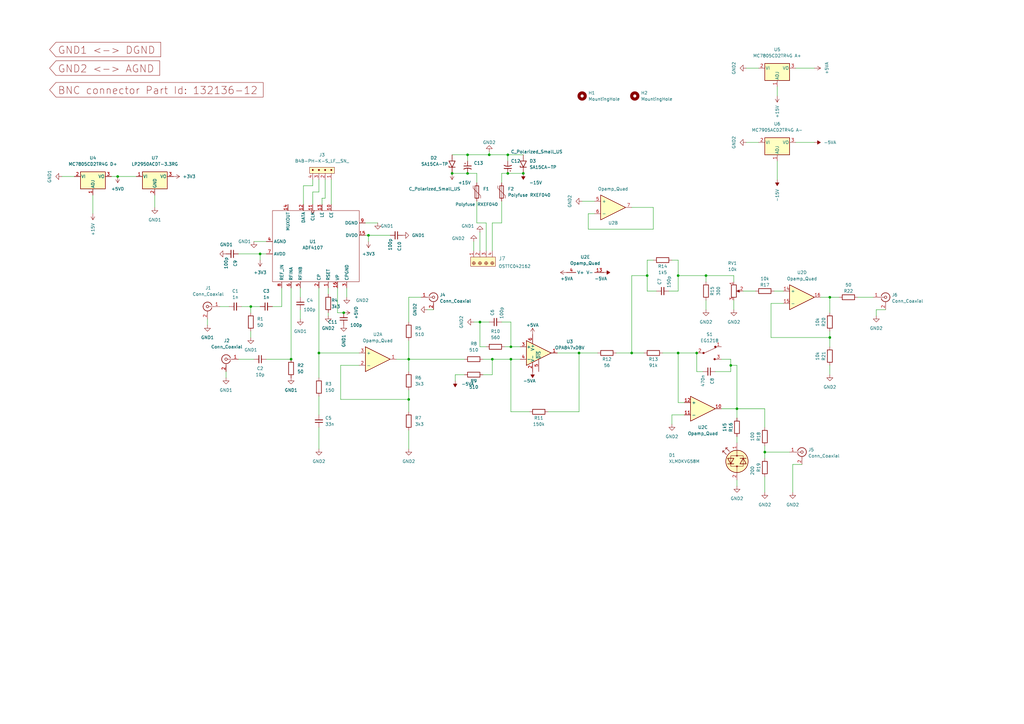
<source format=kicad_sch>
(kicad_sch (version 20211123) (generator eeschema)
  (paper "A3")
  (lib_symbols
    (symbol "Amplifier_Operational:OPA847xDBV" (pin_names (offset 0.127))
      (property "Reference" "U" (at -1.27 6.35 0))
      (property "Value" "OPA847xDBV" (at -1.27 3.81 0))
      (symbol "OPA847xDBV_0_1"
        (pin power_in line (at -2.54 -7.62 90) (length 3.81) (name "V-") (number "2"))
        (pin power_in line (at -2.54 7.62 270) (length 3.81) (name "V+") (number "6"))
      )
      (symbol "OPA847xDBV_1_1"
        (pin output line (at 7.62 0 180) (length 2.54) (name "~") (number "1"))
        (pin input line (at -7.62 2.54 0) (length 2.54) (name "+") (number "3"))
        (pin input line (at -7.62 -2.54 0) (length 2.54) (name "-") (number "4"))
        (pin input line (at 0 -7.62 90) (length 5.08) (name "~{DIS}") (number "5"))
      )
    )
    (symbol "Connector:Conn_Coaxial" (pin_names (offset 1.016) hide)
      (property "Reference" "J" (at 0.254 3.048 0))
      (property "Value" "Conn_Coaxial" (at 2.921 0 90))
      (symbol "Conn_Coaxial_1_1"
        (pin passive line (at -5.08 0 0) (length 2.54) (name "In") (number "1"))
        (pin passive line (at 0 -5.08 90) (length 2.54) (name "Ext") (number "2"))
      )
    )
    (symbol "Device:C_Polarized_Small_US" (pin_numbers hide) (pin_names (offset 0.254) hide)
      (property "Reference" "C" (at 0.254 1.778 0))
      (property "Value" "C_Polarized_Small_US" (at 0.254 -2.032 0))
      (symbol "C_Polarized_Small_US_1_1"
        (pin passive line (at 0 2.54 270) (length 2.032) (name "~") (number "1"))
        (pin passive line (at 0 -2.54 90) (length 2.032) (name "~") (number "2"))
      )
    )
    (symbol "Device:C_Small" (pin_numbers hide) (pin_names (offset 0.254) hide)
      (property "Reference" "C" (at 0.254 1.778 0))
      (property "Value" "C_Small" (at 0.254 -2.032 0))
      (symbol "C_Small_1_1"
        (pin passive line (at 0 2.54 270) (length 2.032) (name "~") (number "1"))
        (pin passive line (at 0 -2.54 90) (length 2.032) (name "~") (number "2"))
      )
    )
    (symbol "Device:LED_Dual_Bidirectional" (pin_names (offset 0) hide)
      (property "Reference" "D" (at 0 5.715 0))
      (property "Value" "LED_Dual_Bidirectional" (at 0 -6.35 0))
      (symbol "LED_Dual_Bidirectional_1_1"
        (pin input line (at 7.62 0 180) (length 3.81) (name "KA") (number "1"))
        (pin input line (at -7.62 0 0) (length 3.048) (name "AK") (number "2"))
      )
    )
    (symbol "Device:Opamp_Quad"
      (property "Reference" "U" (at 0 5.08 0))
      (property "Value" "Opamp_Quad" (at 0 -5.08 0))
      (symbol "Opamp_Quad_1_1"
        (pin output line (at 7.62 0 180) (length 2.54) (name "~") (number "1"))
        (pin input line (at -7.62 -2.54 0) (length 2.54) (name "-") (number "2"))
        (pin input line (at -7.62 2.54 0) (length 2.54) (name "+") (number "3"))
      )
      (symbol "Opamp_Quad_2_1"
        (pin input line (at -7.62 2.54 0) (length 2.54) (name "+") (number "5"))
        (pin input line (at -7.62 -2.54 0) (length 2.54) (name "-") (number "6"))
        (pin output line (at 7.62 0 180) (length 2.54) (name "~") (number "7"))
      )
      (symbol "Opamp_Quad_3_1"
        (pin input line (at -7.62 2.54 0) (length 2.54) (name "+") (number "10"))
        (pin output line (at 7.62 0 180) (length 2.54) (name "~") (number "8"))
        (pin input line (at -7.62 -2.54 0) (length 2.54) (name "-") (number "9"))
      )
      (symbol "Opamp_Quad_4_1"
        (pin input line (at -7.62 2.54 0) (length 2.54) (name "+") (number "12"))
        (pin input line (at -7.62 -2.54 0) (length 2.54) (name "-") (number "13"))
        (pin output line (at 7.62 0 180) (length 2.54) (name "~") (number "14"))
      )
      (symbol "Opamp_Quad_5_1"
        (pin power_in line (at -2.54 -7.62 90) (length 3.81) (name "V-") (number "11"))
        (pin power_in line (at -2.54 7.62 270) (length 3.81) (name "V+") (number "4"))
      )
    )
    (symbol "Device:Polyfuse" (pin_numbers hide) (pin_names (offset 0))
      (property "Reference" "F" (at -2.54 0 90))
      (property "Value" "Polyfuse" (at 2.54 0 90))
      (symbol "Polyfuse_1_1"
        (pin passive line (at 0 3.81 270) (length 1.27) (name "~") (number "1"))
        (pin passive line (at 0 -3.81 90) (length 1.27) (name "~") (number "2"))
      )
    )
    (symbol "Device:R" (pin_numbers hide) (pin_names (offset 0))
      (property "Reference" "R" (at 2.032 0 90))
      (property "Value" "R" (at 0 0 90))
      (symbol "R_1_1"
        (pin passive line (at 0 3.81 270) (length 1.27) (name "~") (number "1"))
        (pin passive line (at 0 -3.81 90) (length 1.27) (name "~") (number "2"))
      )
    )
    (symbol "Device:R_Potentiometer" (pin_names (offset 1.016) hide)
      (property "Reference" "RV" (at -4.445 0 90))
      (property "Value" "R_Potentiometer" (at -2.54 0 90))
      (symbol "R_Potentiometer_1_1"
        (pin passive line (at 0 3.81 270) (length 1.27) (name "1") (number "1"))
        (pin passive line (at 3.81 0 180) (length 1.27) (name "2") (number "2"))
        (pin passive line (at 0 -3.81 90) (length 1.27) (name "3") (number "3"))
      )
    )
    (symbol "Diode:1.5KExxA" (pin_numbers hide) (pin_names (offset 1.016) hide)
      (property "Reference" "D" (at 0 2.54 0))
      (property "Value" "1.5KExxA" (at 0 -2.54 0))
      (symbol "1.5KExxA_1_1"
        (pin passive line (at -3.81 0 0) (length 2.54) (name "A1") (number "1"))
        (pin passive line (at 3.81 0 180) (length 2.54) (name "A2") (number "2"))
      )
    )
    (symbol "Mechanical:MountingHole" (pin_names (offset 1.016))
      (property "Reference" "H" (at 0 5.08 0))
      (property "Value" "MountingHole" (at 0 3.175 0))
    )
    (symbol "New_Library:ADF4107"
      (property "Reference" "U" (at 17.78 16.51 0))
      (property "Value" "ADF4107" (at 17.78 13.97 0))
      (symbol "ADF4107_1_1"
        (pin input line (at 22.86 -2.54 90) (length 2.54) (name "RSET") (number "1"))
        (pin input line (at 24.13 31.75 270) (length 2.54) (name "CE") (number "10"))
        (pin input clock (at 16.51 31.75 270) (length 2.54) (name "CLK") (number "11"))
        (pin input line (at 12.7 31.75 270) (length 2.54) (name "DATA") (number "12"))
        (pin input line (at 20.32 31.75 270) (length 2.54) (name "LE") (number "13"))
        (pin input line (at 6.35 31.75 270) (length 2.54) (name "MUXOUT") (number "14"))
        (pin input line (at 38.1 19.05 180) (length 2.54) (name "DVDD") (number "15"))
        (pin input line (at 26.67 -2.54 90) (length 2.54) (name "VP") (number "16"))
        (pin input line (at 19.05 -2.54 90) (length 2.54) (name "CP") (number "2"))
        (pin input line (at 30.48 -2.54 90) (length 2.54) (name "CPGND") (number "3"))
        (pin input line (at -2.54 16.51 0) (length 2.54) (name "AGND") (number "4"))
        (pin input line (at 11.43 -2.54 90) (length 2.54) (name "RFINB") (number "5"))
        (pin input line (at 7.62 -2.54 90) (length 2.54) (name "RFINA") (number "6"))
        (pin input line (at -2.54 11.43 0) (length 2.54) (name "AVDD") (number "7"))
        (pin input line (at 3.81 -2.54 90) (length 2.54) (name "REF_IN") (number "8"))
        (pin input line (at 38.1 24.13 180) (length 2.54) (name "DGND") (number "9"))
      )
    )
    (symbol "Opamp_Quad_1"
      (property "Reference" "U2" (at 0 2.54 90))
      (property "Value" "Opamp_Quad_1" (at 0 0 90))
      (symbol "Opamp_Quad_1_1_1"
        (pin output line (at 7.62 0 180) (length 2.54) (name "~") (number "1"))
        (pin input line (at -7.62 -2.54 0) (length 2.54) (name "-") (number "2"))
        (pin input line (at -7.62 2.54 0) (length 2.54) (name "+") (number "3"))
      )
      (symbol "Opamp_Quad_1_2_1"
        (pin input line (at -7.62 2.54 0) (length 2.54) (name "+") (number "5"))
        (pin input line (at -7.62 -2.54 0) (length 2.54) (name "-") (number "6"))
        (pin output line (at 7.62 0 180) (length 2.54) (name "~") (number "7"))
      )
      (symbol "Opamp_Quad_1_3_1"
        (pin input line (at -7.62 2.54 0) (length 2.54) (name "+") (number "10"))
        (pin output line (at 7.62 0 180) (length 2.54) (name "~") (number "8"))
        (pin input line (at -7.62 -2.54 0) (length 2.54) (name "-") (number "9"))
      )
      (symbol "Opamp_Quad_1_4_1"
        (pin input line (at -7.62 2.54 0) (length 2.54) (name "+") (number "12"))
        (pin input line (at -7.62 -2.54 0) (length 2.54) (name "-") (number "13"))
        (pin output line (at 7.62 0 180) (length 2.54) (name "~") (number "14"))
      )
      (symbol "Opamp_Quad_1_5_1"
        (pin power_in line (at -2.54 -7.62 90) (length 3.81) (name "V-") (number "13"))
        (pin power_in line (at -2.54 7.62 270) (length 3.81) (name "V+") (number "4"))
      )
    )
    (symbol "Opamp_Quad_2"
      (property "Reference" "U2" (at 0 -7.62 0))
      (property "Value" "Opamp_Quad_2" (at 0 -10.16 0))
      (symbol "Opamp_Quad_2_1_1"
        (pin output line (at 7.62 0 180) (length 2.54) (name "~") (number "1"))
        (pin input line (at -7.62 -2.54 0) (length 2.54) (name "-") (number "2"))
        (pin input line (at -7.62 2.54 0) (length 2.54) (name "+") (number "3"))
      )
      (symbol "Opamp_Quad_2_2_1"
        (pin input line (at -7.62 2.54 0) (length 2.54) (name "+") (number "5"))
        (pin input line (at -7.62 -2.54 0) (length 2.54) (name "-") (number "6"))
        (pin output line (at 7.62 0 180) (length 2.54) (name "~") (number "7"))
      )
      (symbol "Opamp_Quad_2_3_1"
        (pin output line (at 7.62 0 180) (length 2.54) (name "~") (number "10"))
        (pin input line (at -7.62 -2.54 0) (length 2.54) (name "-") (number "11"))
        (pin input line (at -7.62 2.54 0) (length 2.54) (name "+") (number "12"))
      )
      (symbol "Opamp_Quad_2_4_1"
        (pin input line (at -7.62 2.54 0) (length 2.54) (name "+") (number "12"))
        (pin input line (at -7.62 -2.54 0) (length 2.54) (name "-") (number "13"))
        (pin output line (at 7.62 0 180) (length 2.54) (name "~") (number "14"))
      )
      (symbol "Opamp_Quad_2_5_1"
        (pin power_in line (at -2.54 -7.62 90) (length 3.81) (name "V-") (number "11"))
        (pin power_in line (at -2.54 7.62 270) (length 3.81) (name "V+") (number "4"))
      )
    )
    (symbol "Opamp_Quad_3"
      (property "Reference" "U2" (at 0 10.16 0))
      (property "Value" "Opamp_Quad_3" (at 0 7.62 0))
      (symbol "Opamp_Quad_3_1_1"
        (pin output line (at 7.62 0 180) (length 2.54) (name "~") (number "1"))
        (pin input line (at -7.62 -2.54 0) (length 2.54) (name "-") (number "2"))
        (pin input line (at -7.62 2.54 0) (length 2.54) (name "+") (number "3"))
      )
      (symbol "Opamp_Quad_3_2_1"
        (pin input line (at -7.62 2.54 0) (length 2.54) (name "+") (number "5"))
        (pin input line (at -7.62 -2.54 0) (length 2.54) (name "-") (number "6"))
        (pin output line (at 7.62 0 180) (length 2.54) (name "~") (number "7"))
      )
      (symbol "Opamp_Quad_3_3_1"
        (pin input line (at -7.62 2.54 0) (length 2.54) (name "+") (number "10"))
        (pin output line (at 7.62 0 180) (length 2.54) (name "~") (number "8"))
        (pin input line (at -7.62 -2.54 0) (length 2.54) (name "-") (number "9"))
      )
      (symbol "Opamp_Quad_3_4_1"
        (pin input line (at -7.62 2.54 0) (length 2.54) (name "+") (number "14"))
        (pin input line (at -7.62 -2.54 0) (length 2.54) (name "-") (number "15"))
        (pin output line (at 7.62 0 180) (length 2.54) (name "~") (number "16"))
      )
      (symbol "Opamp_Quad_3_5_1"
        (pin power_in line (at -2.54 -7.62 90) (length 3.81) (name "V-") (number "11"))
        (pin power_in line (at -2.54 7.62 270) (length 3.81) (name "V+") (number "4"))
      )
    )
    (symbol "Regulator_Linear:LM337_TO263" (pin_names (offset 0.254))
      (property "Reference" "U" (at -3.81 -3.175 0))
      (property "Value" "LM337_TO263" (at 0 -3.175 0))
      (symbol "LM337_TO263_1_1"
        (pin input line (at 0 7.62 270) (length 2.54) (name "ADJ") (number "1"))
        (pin power_in line (at -7.62 0 0) (length 2.54) (name "VI") (number "2"))
        (pin power_out line (at 7.62 0 180) (length 2.54) (name "VO") (number "3"))
      )
    )
    (symbol "Regulator_Linear:LP2950-3.0_TO252" (pin_names (offset 0.254))
      (property "Reference" "U" (at -3.81 3.175 0))
      (property "Value" "LP2950-3.0_TO252" (at 0 3.175 0))
      (symbol "LP2950-3.0_TO252_1_1"
        (pin power_in line (at -7.62 0 0) (length 2.54) (name "VI") (number "1"))
        (pin power_in line (at 0 -7.62 90) (length 2.54) (name "GND") (number "2"))
        (pin power_out line (at 7.62 0 180) (length 2.54) (name "VO") (number "3"))
      )
    )
    (symbol "dk_Rectangular-Connectors-Headers-Male-Pins:B4B-PH-K-S_LF__SN_" (pin_names (offset 1.016))
      (property "Reference" "J" (at -2.54 -1.27 0))
      (property "Value" "B4B-PH-K-S_LF__SN_" (at 3.81 -3.81 0))
      (symbol "B4B-PH-K-S_LF__SN__1_1"
        (pin passive line (at 0 2.54 270) (length 2.54) (name "~") (number "1"))
        (pin passive line (at 2.54 2.54 270) (length 2.54) (name "~") (number "2"))
        (pin passive line (at 5.08 2.54 270) (length 2.54) (name "~") (number "3"))
        (pin passive line (at 7.62 2.54 270) (length 2.54) (name "~") (number "4"))
      )
    )
    (symbol "dk_Slide-Switches:EG1218" (pin_names (offset 0))
      (property "Reference" "S" (at -3.81 2.286 0))
      (property "Value" "EG1218" (at 0 -5.334 0))
      (symbol "EG1218_1_1"
        (pin passive line (at 5.08 2.54 180) (length 2.54) (name "~") (number "1"))
        (pin passive line (at -5.08 0 0) (length 2.54) (name "~") (number "2"))
        (pin passive line (at 5.08 -2.54 180) (length 2.54) (name "~") (number "3"))
      )
    )
    (symbol "dk_Terminal-Blocks-Wire-to-Board:OSTTC042162" (pin_names (offset 1.016))
      (property "Reference" "J" (at -2.54 -1.27 0))
      (property "Value" "OSTTC042162" (at 3.81 -5.08 0))
      (symbol "OSTTC042162_1_1"
        (pin passive line (at 0 2.54 270) (length 2.54) (name "~") (number "1"))
        (pin passive line (at 2.54 2.54 270) (length 2.54) (name "~") (number "2"))
        (pin passive line (at 5.08 2.54 270) (length 2.54) (name "~") (number "3"))
        (pin passive line (at 7.62 2.54 270) (length 2.54) (name "~") (number "4"))
      )
    )
    (symbol "power:+15V" (power) (pin_names (offset 0))
      (property "Value" "+15V" (at 0 3.556 0))
      (symbol "+15V_1_1"
        (pin power_in line (at 0 0 90) (length 0) hide (name "+15V") (number "1"))
      )
    )
    (symbol "power:+3.3V" (power) (pin_names (offset 0))
      (property "Value" "+3.3V" (at 0 3.556 0))
      (symbol "+3.3V_1_1"
        (pin power_in line (at 0 0 90) (length 0) hide (name "+3V3") (number "1"))
      )
    )
    (symbol "power:+5VA" (power) (pin_names (offset 0))
      (property "Value" "+5VA" (at 0 3.556 0))
      (symbol "+5VA_1_1"
        (pin power_in line (at 0 0 90) (length 0) hide (name "+5VA") (number "1"))
      )
    )
    (symbol "power:+5VD" (power) (pin_names (offset 0))
      (property "Value" "+5VD" (at 0 3.556 0))
      (symbol "+5VD_1_1"
        (pin power_in line (at 0 0 90) (length 0) hide (name "+5VD") (number "1"))
      )
    )
    (symbol "power:-15V" (power) (pin_names (offset 0))
      (property "Value" "-15V" (at 0 3.81 0))
      (symbol "-15V_0_0"
        (pin power_in line (at 0 0 90) (length 0) hide (name "-15V") (number "1"))
      )
    )
    (symbol "power:-5VA" (power) (pin_names (offset 0))
      (property "Value" "-5VA" (at 0 3.81 0))
      (symbol "-5VA_0_0"
        (pin power_in line (at 0 0 90) (length 0) hide (name "-5VA") (number "1"))
      )
    )
    (symbol "power:GND1" (power) (pin_names (offset 0))
      (property "Value" "GND1" (at 0 -3.81 0))
      (symbol "GND1_1_1"
        (pin power_in line (at 0 0 270) (length 0) hide (name "GND1") (number "1"))
      )
    )
    (symbol "power:GND2" (power) (pin_names (offset 0))
      (property "Value" "GND2" (at 0 -3.81 0))
      (symbol "GND2_1_1"
        (pin power_in line (at 0 0 270) (length 0) hide (name "GND2") (number "1"))
      )
    )
  )
  (junction (at 209.55 142.24))
  (junction (at 191.77 63.5))
  (junction (at 119.38 147.32))
  (junction (at 278.13 144.78))
  (junction (at 285.75 144.78))
  (junction (at 340.36 138.43))
  (junction (at 208.28 63.5))
  (junction (at 102.87 125.73))
  (junction (at 302.26 167.64))
  (junction (at 167.64 163.83))
  (junction (at 214.63 71.12))
  (junction (at 140.97 128.27))
  (junction (at 265.43 113.03))
  (junction (at 313.69 185.42))
  (junction (at 208.28 71.12))
  (junction (at 48.26 72.39))
  (junction (at 191.77 71.12))
  (junction (at 201.93 147.32))
  (junction (at 151.13 96.52))
  (junction (at 185.42 71.12))
  (junction (at 259.08 144.78))
  (junction (at 278.13 113.03))
  (junction (at 289.56 113.03))
  (junction (at 196.85 132.08))
  (junction (at 237.49 144.78))
  (junction (at 209.55 147.32))
  (junction (at 200.66 63.5))
  (junction (at 167.64 147.32))
  (junction (at 130.81 144.78))
  (junction (at 106.68 104.14))
  (junction (at 299.72 149.86))
  (junction (at 340.36 121.92))
  (wire (pts (xy 142.24 118.11) (xy 142.24 121.92)))
  (wire (pts (xy 130.81 175.26) (xy 130.81 184.15)))
  (wire (pts (xy 186.69 153.67) (xy 186.69 156.21)))
  (wire (pts (xy 123.19 127) (xy 123.19 130.81)))
  (wire (pts (xy 124.46 76.2) (xy 128.27 76.2)))
  (wire (pts (xy 359.41 127) (xy 359.41 129.54)))
  (wire (pts (xy 289.56 123.19) (xy 289.56 127)))
  (wire (pts (xy 299.72 149.86) (xy 299.72 147.32)))
  (wire (pts (xy 201.93 153.67) (xy 201.93 147.32)))
  (wire (pts (xy 285.75 144.78) (xy 285.75 152.4)))
  (wire (pts (xy 99.06 125.73) (xy 102.87 125.73)))
  (wire (pts (xy 293.37 152.4) (xy 299.72 152.4)))
  (wire (pts (xy 259.08 144.78) (xy 264.16 144.78)))
  (wire (pts (xy 90.17 125.73) (xy 93.98 125.73)))
  (wire (pts (xy 151.13 99.06) (xy 151.13 96.52)))
  (wire (pts (xy 198.12 153.67) (xy 201.93 153.67)))
  (wire (pts (xy 167.64 163.83) (xy 139.7 163.83)))
  (wire (pts (xy 278.13 106.68) (xy 278.13 113.03)))
  (wire (pts (xy 132.08 81.28) (xy 133.35 81.28)))
  (wire (pts (xy 167.64 121.92) (xy 167.64 132.08)))
  (wire (pts (xy 130.81 144.78) (xy 130.81 154.94)))
  (wire (pts (xy 302.26 167.64) (xy 302.26 149.86)))
  (wire (pts (xy 191.77 63.5) (xy 191.77 66.04)))
  (wire (pts (xy 205.74 91.44) (xy 205.74 82.55)))
  (wire (pts (xy 198.12 147.32) (xy 201.93 147.32)))
  (wire (pts (xy 138.43 118.11) (xy 138.43 128.27)))
  (wire (pts (xy 201.93 91.44) (xy 205.74 91.44)))
  (wire (pts (xy 133.35 81.28) (xy 133.35 73.66)))
  (wire (pts (xy 238.76 82.55) (xy 243.84 82.55)))
  (wire (pts (xy 196.85 132.08) (xy 200.66 132.08)))
  (wire (pts (xy 85.09 130.81) (xy 85.09 133.35)))
  (wire (pts (xy 97.79 104.14) (xy 106.68 104.14)))
  (wire (pts (xy 195.58 74.93) (xy 195.58 71.12)))
  (wire (pts (xy 317.5 119.38) (xy 321.31 119.38)))
  (wire (pts (xy 209.55 142.24) (xy 209.55 132.08)))
  (wire (pts (xy 316.23 138.43) (xy 316.23 124.46)))
  (wire (pts (xy 149.86 91.44) (xy 154.94 91.44)))
  (wire (pts (xy 115.57 125.73) (xy 111.76 125.73)))
  (wire (pts (xy 302.26 167.64) (xy 313.69 167.64)))
  (wire (pts (xy 313.69 185.42) (xy 323.85 185.42)))
  (wire (pts (xy 102.87 135.89) (xy 102.87 138.43)))
  (wire (pts (xy 199.39 142.24) (xy 196.85 142.24)))
  (wire (pts (xy 135.89 73.66) (xy 135.89 83.82)))
  (wire (pts (xy 289.56 113.03) (xy 289.56 115.57)))
  (wire (pts (xy 196.85 142.24) (xy 196.85 132.08)))
  (wire (pts (xy 132.08 83.82) (xy 132.08 81.28)))
  (wire (pts (xy 195.58 82.55) (xy 195.58 91.44)))
  (wire (pts (xy 167.64 160.02) (xy 167.64 163.83)))
  (wire (pts (xy 326.39 58.42) (xy 334.01 58.42)))
  (wire (pts (xy 302.26 167.64) (xy 302.26 171.45)))
  (wire (pts (xy 130.81 144.78) (xy 147.32 144.78)))
  (wire (pts (xy 167.64 139.7) (xy 167.64 147.32)))
  (wire (pts (xy 275.59 170.18) (xy 280.67 170.18)))
  (wire (pts (xy 265.43 106.68) (xy 265.43 113.03)))
  (wire (pts (xy 318.77 35.56) (xy 318.77 39.37)))
  (wire (pts (xy 209.55 168.91) (xy 217.17 168.91)))
  (wire (pts (xy 265.43 113.03) (xy 265.43 119.38)))
  (wire (pts (xy 336.55 121.92) (xy 340.36 121.92)))
  (wire (pts (xy 316.23 124.46) (xy 321.31 124.46)))
  (wire (pts (xy 302.26 179.07) (xy 302.26 181.61)))
  (wire (pts (xy 340.36 135.89) (xy 340.36 138.43)))
  (wire (pts (xy 267.97 85.09) (xy 267.97 93.98)))
  (wire (pts (xy 195.58 71.12) (xy 191.77 71.12)))
  (wire (pts (xy 199.39 91.44) (xy 199.39 102.87)))
  (wire (pts (xy 224.79 168.91) (xy 237.49 168.91)))
  (wire (pts (xy 340.36 121.92) (xy 344.17 121.92)))
  (wire (pts (xy 289.56 113.03) (xy 300.99 113.03)))
  (wire (pts (xy 191.77 63.5) (xy 200.66 63.5)))
  (wire (pts (xy 63.5 80.01) (xy 63.5 85.09)))
  (wire (pts (xy 167.64 147.32) (xy 167.64 152.4)))
  (wire (pts (xy 106.68 106.68) (xy 106.68 104.14)))
  (wire (pts (xy 237.49 168.91) (xy 237.49 144.78)))
  (wire (pts (xy 313.69 182.88) (xy 313.69 185.42)))
  (wire (pts (xy 302.26 196.85) (xy 302.26 199.39)))
  (wire (pts (xy 359.41 127) (xy 363.22 127)))
  (wire (pts (xy 214.63 63.5) (xy 208.28 63.5)))
  (wire (pts (xy 237.49 144.78) (xy 228.6 144.78)))
  (wire (pts (xy 300.99 113.03) (xy 300.99 115.57)))
  (wire (pts (xy 45.72 72.39) (xy 48.26 72.39)))
  (wire (pts (xy 115.57 118.11) (xy 115.57 125.73)))
  (wire (pts (xy 106.68 104.14) (xy 109.22 104.14)))
  (wire (pts (xy 208.28 71.12) (xy 214.63 71.12)))
  (wire (pts (xy 167.64 176.53) (xy 167.64 184.15)))
  (wire (pts (xy 205.74 71.12) (xy 208.28 71.12)))
  (wire (pts (xy 351.79 121.92) (xy 358.14 121.92)))
  (wire (pts (xy 278.13 113.03) (xy 278.13 119.38)))
  (wire (pts (xy 162.56 147.32) (xy 167.64 147.32)))
  (wire (pts (xy 194.31 99.06) (xy 194.31 102.87)))
  (wire (pts (xy 128.27 83.82) (xy 128.27 78.74)))
  (wire (pts (xy 151.13 96.52) (xy 160.02 96.52)))
  (wire (pts (xy 209.55 147.32) (xy 213.36 147.32)))
  (wire (pts (xy 130.81 118.11) (xy 130.81 144.78)))
  (wire (pts (xy 265.43 113.03) (xy 259.08 113.03)))
  (wire (pts (xy 311.15 27.94) (xy 306.07 27.94)))
  (wire (pts (xy 130.81 162.56) (xy 130.81 170.18)))
  (wire (pts (xy 300.99 123.19) (xy 300.99 127)))
  (wire (pts (xy 252.73 144.78) (xy 259.08 144.78)))
  (wire (pts (xy 139.7 163.83) (xy 139.7 149.86)))
  (wire (pts (xy 209.55 132.08) (xy 205.74 132.08)))
  (wire (pts (xy 340.36 138.43) (xy 316.23 138.43)))
  (wire (pts (xy 30.48 72.39) (xy 25.4 72.39)))
  (wire (pts (xy 325.12 190.5) (xy 328.93 190.5)))
  (wire (pts (xy 313.69 185.42) (xy 313.69 187.96)))
  (wire (pts (xy 275.59 106.68) (xy 278.13 106.68)))
  (wire (pts (xy 340.36 149.86) (xy 340.36 153.67)))
  (wire (pts (xy 237.49 144.78) (xy 245.11 144.78)))
  (wire (pts (xy 278.13 144.78) (xy 285.75 144.78)))
  (wire (pts (xy 48.26 72.39) (xy 55.88 72.39)))
  (wire (pts (xy 267.97 106.68) (xy 265.43 106.68)))
  (wire (pts (xy 209.55 147.32) (xy 209.55 168.91)))
  (wire (pts (xy 278.13 165.1) (xy 280.67 165.1)))
  (wire (pts (xy 38.1 87.63) (xy 38.1 80.01)))
  (wire (pts (xy 302.26 149.86) (xy 299.72 149.86)))
  (wire (pts (xy 139.7 149.86) (xy 147.32 149.86)))
  (wire (pts (xy 194.31 132.08) (xy 196.85 132.08)))
  (wire (pts (xy 299.72 152.4) (xy 299.72 149.86)))
  (wire (pts (xy 267.97 93.98) (xy 241.3 93.98)))
  (wire (pts (xy 119.38 118.11) (xy 119.38 147.32)))
  (wire (pts (xy 128.27 76.2) (xy 128.27 73.66)))
  (wire (pts (xy 278.13 113.03) (xy 289.56 113.03)))
  (wire (pts (xy 278.13 119.38) (xy 274.32 119.38)))
  (wire (pts (xy 201.93 147.32) (xy 209.55 147.32)))
  (wire (pts (xy 295.91 167.64) (xy 302.26 167.64)))
  (wire (pts (xy 167.64 147.32) (xy 190.5 147.32)))
  (wire (pts (xy 207.01 142.24) (xy 209.55 142.24)))
  (wire (pts (xy 102.87 125.73) (xy 102.87 128.27)))
  (wire (pts (xy 278.13 144.78) (xy 278.13 165.1)))
  (wire (pts (xy 200.66 63.5) (xy 208.28 63.5)))
  (wire (pts (xy 172.72 121.92) (xy 167.64 121.92)))
  (wire (pts (xy 134.62 128.27) (xy 134.62 129.54)))
  (wire (pts (xy 195.58 91.44) (xy 199.39 91.44)))
  (wire (pts (xy 175.26 127) (xy 177.8 127)))
  (wire (pts (xy 104.14 99.06) (xy 109.22 99.06)))
  (wire (pts (xy 299.72 147.32) (xy 295.91 147.32)))
  (wire (pts (xy 340.36 121.92) (xy 340.36 128.27)))
  (wire (pts (xy 340.36 138.43) (xy 340.36 142.24)))
  (wire (pts (xy 208.28 63.5) (xy 208.28 66.04)))
  (wire (pts (xy 185.42 63.5) (xy 191.77 63.5)))
  (wire (pts (xy 313.69 167.64) (xy 313.69 175.26)))
  (wire (pts (xy 138.43 128.27) (xy 140.97 128.27)))
  (wire (pts (xy 241.3 87.63) (xy 243.84 87.63)))
  (wire (pts (xy 124.46 83.82) (xy 124.46 76.2)))
  (wire (pts (xy 304.8 119.38) (xy 309.88 119.38)))
  (wire (pts (xy 97.79 147.32) (xy 104.14 147.32)))
  (wire (pts (xy 275.59 173.99) (xy 275.59 170.18)))
  (wire (pts (xy 241.3 93.98) (xy 241.3 87.63)))
  (wire (pts (xy 326.39 27.94) (xy 334.01 27.94)))
  (wire (pts (xy 311.15 58.42) (xy 306.07 58.42)))
  (wire (pts (xy 128.27 78.74) (xy 130.81 78.74)))
  (wire (pts (xy 259.08 113.03) (xy 259.08 144.78)))
  (wire (pts (xy 201.93 102.87) (xy 201.93 91.44)))
  (wire (pts (xy 196.85 95.25) (xy 196.85 102.87)))
  (wire (pts (xy 267.97 85.09) (xy 259.08 85.09)))
  (wire (pts (xy 109.22 147.32) (xy 119.38 147.32)))
  (wire (pts (xy 102.87 125.73) (xy 106.68 125.73)))
  (wire (pts (xy 200.66 63.5) (xy 200.66 62.23)))
  (wire (pts (xy 123.19 118.11) (xy 123.19 121.92)))
  (wire (pts (xy 167.64 163.83) (xy 167.64 168.91)))
  (wire (pts (xy 318.77 73.66) (xy 318.77 66.04)))
  (wire (pts (xy 313.69 195.58) (xy 313.69 201.93)))
  (wire (pts (xy 185.42 71.12) (xy 191.77 71.12)))
  (wire (pts (xy 190.5 153.67) (xy 186.69 153.67)))
  (wire (pts (xy 271.78 144.78) (xy 278.13 144.78)))
  (wire (pts (xy 92.71 152.4) (xy 92.71 154.94)))
  (wire (pts (xy 130.81 78.74) (xy 130.81 73.66)))
  (wire (pts (xy 134.62 118.11) (xy 134.62 120.65)))
  (wire (pts (xy 325.12 190.5) (xy 325.12 201.93)))
  (wire (pts (xy 265.43 119.38) (xy 269.24 119.38)))
  (wire (pts (xy 205.74 74.93) (xy 205.74 71.12)))
  (wire (pts (xy 209.55 142.24) (xy 213.36 142.24)))
  (wire (pts (xy 285.75 152.4) (xy 288.29 152.4)))
  (wire (pts (xy 151.13 96.52) (xy 149.86 96.52)))
  (global_label "BNC connector Part Id: 132136-12" (shape input) (at 20.32 36.83 0) (effects (font (size 3 3))) (property "Intersheet References" "${INTERSHEET_REFS}" (effects hide)))
  (global_label "GND2 <-> AGND" (shape input) (at 20.32 27.94 0) (effects (font (size 3 3))) (property "Intersheet References" "${INTERSHEET_REFS}" (effects hide)))
  (global_label "GND1 <-> DGND" (shape input) (at 20.32 20.32 0) (effects (font (size 3 3))) (property "Intersheet References" "${INTERSHEET_REFS}" (effects hide)))
  (symbol (lib_id "power:GND2") (at 142.24 121.92 0) (unit 1)
    (property "Reference" "#PWR0105" (effects hide))
    (property "Value" "GND2" (at 148.59 123.19 0))
  )
  (symbol (lib_id "Device:C_Small") (at 162.56 96.52 270) (unit 1)
    (property "Reference" "C10" (at 163.8238 99.06 0) (effects (justify left)))
    (property "Value" "100p" (at 160.02 97.79 0) (effects (justify left)))
    (property "Footprint" "Capacitor_SMD:C_0402_1005Metric" (effects hide))
  )
  (symbol (lib_id "power:GND1") (at 104.14 99.06 0) (unit 1)
    (property "Reference" "#PWR0125" (effects hide))
    (property "Value" "GND1" (at 100.33 99.06 0))
  )
  (symbol (lib_id "Connector:Conn_Coaxial") (at 85.09 125.73 0) (mirror y) (unit 1)
    (property "Reference" "J1" (at 85.4074 118.11 0))
    (property "Value" "Conn_Coaxial" (at 85.4074 120.65 0))
    (property "Footprint" "Connector_Coaxial:SMA_Amphenol_132134-11_Vertical" (effects hide))
    (property "Datasheet" " ~" (effects hide))
  )
  (symbol (lib_id "power:GND2") (at 194.31 132.08 270) (unit 1)
    (property "Reference" "#PWR0124" (effects hide))
    (property "Value" "GND2" (at 189.23 132.08 0))
  )
  (symbol (lib_id "power:GND2") (at 306.07 27.94 270) (unit 1)
    (property "Reference" "#PWR0142" (effects hide))
    (property "Value" "GND2" (at 300.99 27.94 0))
  )
  (symbol (lib_id "Device:LED_Dual_Bidirectional") (at 302.26 189.23 90) (unit 1)
    (property "Reference" "D1" (at 274.32 186.69 90) (effects (justify right)))
    (property "Value" " XLMDKVG58M" (at 274.32 189.23 90) (effects (justify right)))
    (property "Footprint" "digikey-footprints:LED_5mm_Radial" (effects hide))
  )
  (symbol (lib_id "power:GND2") (at 359.41 129.54 0) (unit 1)
    (property "Reference" "#PWR0111" (effects hide))
    (property "Value" "GND2" (at 359.41 134.62 0))
  )
  (symbol (lib_id "Connector:Conn_Coaxial") (at 363.22 121.92 0) (unit 1)
    (property "Reference" "J6" (at 365.76 120.9431 0) (effects (justify left)))
    (property "Value" "Conn_Coaxial" (at 365.76 123.4831 0) (effects (justify left)))
    (property "Footprint" "Connector_Coaxial:SMA_Amphenol_132134-11_Vertical" (effects hide))
    (property "Datasheet" " ~" (effects hide))
  )
  (symbol (lib_id "power:-15V") (at 318.77 73.66 180) (unit 1)
    (property "Reference" "#PWR0140" (effects hide))
    (property "Value" "-15V" (at 318.7699 77.47 90) (effects (justify left)))
  )
  (symbol (lib_id "power:GND1") (at 196.85 95.25 180) (unit 1)
    (property "Reference" "#PWR0128" (effects hide))
    (property "Value" "GND1" (at 189.23 92.71 0) (effects (justify right)))
  )
  (symbol (lib_id "Device:R") (at 302.26 175.26 0) (unit 1)
    (property "Reference" "R16" (at 299.72 175.26 90))
    (property "Value" "1k5" (at 297.18 175.26 90))
    (property "Footprint" "Resistor_SMD:R_0402_1005Metric" (effects hide))
  )
  (symbol (lib_id "power:GND2") (at 325.12 201.93 0) (unit 1)
    (property "Reference" "#PWR0112" (effects hide))
    (property "Value" "GND2" (at 325.12 207.01 0))
  )
  (symbol (lib_id "power:+5VA") (at 218.44 137.16 0) (unit 1)
    (property "Reference" "#PWR0133" (effects hide))
    (property "Value" "+5VA" (at 220.98 133.35 0) (effects (justify right)))
  )
  (symbol (lib_id "power:+3.3V") (at 151.13 99.06 180) (unit 1)
    (property "Reference" "#PWR0123" (effects hide))
    (property "Value" "+3.3V" (at 151.13 104.14 0))
  )
  (symbol (lib_id "Device:Polyfuse") (at 195.58 78.74 0) (unit 1)
    (property "Reference" "F1" (at 198.12 77.4699 0) (effects (justify left)))
    (property "Value" "Polyfuse RXEF040" (at 186.69 83.82 0) (effects (justify left)))
    (property "Footprint" "Fuse:Fuse_BelFuse_0ZRE0005FF_L8.3mm_W3.8mm" (effects hide))
  )
  (symbol (lib_id "power:GND2") (at 306.07 58.42 270) (unit 1)
    (property "Reference" "#PWR0138" (effects hide))
    (property "Value" "GND2" (at 300.99 58.42 0))
  )
  (symbol (lib_id "Device:R") (at 194.31 153.67 90) (unit 1)
    (property "Reference" "R9" (at 194.31 156.21 90))
    (property "Value" "510" (at 194.31 158.75 90))
    (property "Footprint" "Resistor_SMD:R_0402_1005Metric" (effects hide))
  )
  (symbol (lib_id "power:GND1") (at 102.87 138.43 0) (unit 1)
    (property "Reference" "#PWR0118" (effects hide))
    (property "Value" "GND1" (at 102.87 143.51 0))
  )
  (symbol (lib_id "Device:Polyfuse") (at 205.74 78.74 0) (unit 1)
    (property "Reference" "F2" (at 208.28 77.4699 0) (effects (justify left)))
    (property "Value" "Polyfuse RXEF040" (at 208.28 80.0099 0) (effects (justify left)))
    (property "Footprint" "Fuse:Fuse_BelFuse_0ZRE0005FF_L8.3mm_W3.8mm" (effects hide))
  )
  (symbol (lib_id "power:GND1") (at 25.4 72.39 270) (unit 1)
    (property "Reference" "#PWR0136" (effects hide))
    (property "Value" "GND1" (at 20.32 72.39 0))
  )
  (symbol (lib_id "dk_Slide-Switches:EG1218") (at 290.83 144.78 0) (unit 1)
    (property "Reference" "S1" (at 291.0332 137.16 0))
    (property "Value" "EG1218" (at 291.0332 139.7 0))
    (property "Footprint" "digikey-footprints:Switch_Slide_11.6x4mm_EG1218" (effects hide))
    (property "Datasheet" "http://spec_sheets.e-switch.com/specs/P040040.pdf" (effects hide))
    (property "Digi-Key_PN" "EG1903-ND" (effects hide))
    (property "MPN" "EG1218" (effects hide))
    (property "Category" "Switches" (effects hide))
    (property "Family" "Slide Switches" (effects hide))
    (property "DK_Datasheet_Link" "http://spec_sheets.e-switch.com/specs/P040040.pdf" (effects hide))
    (property "DK_Detail_Page" "/product-detail/en/e-switch/EG1218/EG1903-ND/101726" (effects hide))
    (property "Description" "SWITCH SLIDE SPDT 200MA 30V" (effects hide))
    (property "Manufacturer" "E-Switch" (effects hide))
    (property "Status" "Active" (effects hide))
  )
  (symbol (lib_id "Device:R") (at 167.64 156.21 0) (unit 1)
    (property "Reference" "R6" (at 170.18 154.9399 0) (effects (justify left)))
    (property "Value" "3k3" (at 170.18 157.4799 0) (effects (justify left)))
    (property "Footprint" "Resistor_SMD:R_0402_1005Metric" (effects hide))
  )
  (symbol (lib_id "Device:C_Small") (at 95.25 104.14 270) (unit 1)
    (property "Reference" "C9" (at 96.5138 106.68 0) (effects (justify left)))
    (property "Value" "100p" (at 92.71 105.41 0) (effects (justify left)))
    (property "Footprint" "Capacitor_SMD:C_0402_1005Metric" (effects hide))
  )
  (symbol (lib_name "Opamp_Quad_2") (lib_id "Device:Opamp_Quad") (at 288.29 167.64 0) (unit 3)
    (property "Reference" "U2" (at 288.29 175.26 0))
    (property "Value" "Opamp_Quad" (at 288.29 177.8 0))
    (property "Footprint" "Package_SO:SOIC-16W_7.5x10.3mm_P1.27mm" (effects hide))
  )
  (symbol (lib_id "Device:C_Small") (at 96.52 125.73 90) (unit 1)
    (property "Reference" "C1" (at 96.5263 119.38 90))
    (property "Value" "1n" (at 96.5263 121.92 90))
    (property "Footprint" "Capacitor_SMD:C_0402_1005Metric" (effects hide))
  )
  (symbol (lib_id "power:-5VA") (at 334.01 58.42 270) (unit 1)
    (property "Reference" "#PWR0141" (effects hide))
    (property "Value" "-5VA" (at 337.82 58.4199 90) (effects (justify left)))
  )
  (symbol (lib_id "power:GND2") (at 300.99 127 0) (unit 1)
    (property "Reference" "#PWR0110" (effects hide))
    (property "Value" "GND2" (at 300.99 132.08 0))
  )
  (symbol (lib_id "power:GND2") (at 194.31 99.06 180) (unit 1)
    (property "Reference" "#PWR0127" (effects hide))
    (property "Value" "GND2" (at 187.96 97.79 0))
  )
  (symbol (lib_id "dk_Terminal-Blocks-Wire-to-Board:OSTTC042162") (at 194.31 105.41 0) (unit 1)
    (property "Reference" "J7" (at 204.47 106.045 0) (effects (font (size 1.524 1.524)) (justify left)))
    (property "Value" "OSTTC042162" (at 204.47 109.2199 0) (effects (justify left)))
    (property "Footprint" "digikey-footprints:Term_Block_1x4_P5.08mm" (effects hide))
    (property "Datasheet" "http://www.on-shore.com/wp-content/uploads/OSTTCXX2162.pdf" (effects hide))
    (property "Digi-Key_PN" "ED2611-ND" (effects hide))
    (property "MPN" "OSTTC042162" (effects hide))
    (property "Category" "Connectors, Interconnects" (effects hide))
    (property "Family" "Terminal Blocks - Wire to Board" (effects hide))
    (property "DK_Datasheet_Link" "http://www.on-shore.com/wp-content/uploads/OSTTCXX2162.pdf" (effects hide))
    (property "DK_Detail_Page" "/product-detail/en/on-shore-technology-inc/OSTTC042162/ED2611-ND/614560" (effects hide))
    (property "Description" "TERM BLK 4P SIDE ENT 5.08MM PCB" (effects hide))
    (property "Manufacturer" "On Shore Technology Inc." (effects hide))
    (property "Status" "Active" (effects hide))
  )
  (symbol (lib_id "Mechanical:MountingHole") (at 260.35 39.37 0) (unit 1)
    (property "Reference" "H2" (at 262.89 38.0999 0) (effects (justify left)))
    (property "Value" "MountingHole" (at 262.89 40.6399 0) (effects (justify left)))
    (property "Footprint" "MountingHole:MountingHole_3.2mm_M3" (effects hide))
  )
  (symbol (lib_id "Device:R") (at 313.69 191.77 0) (unit 1)
    (property "Reference" "R19" (at 311.15 191.77 90))
    (property "Value" "200" (at 308.61 193.04 90))
    (property "Footprint" "Resistor_SMD:R_0402_1005Metric" (effects hide))
  )
  (symbol (lib_id "Device:C_Small") (at 271.78 119.38 90) (unit 1)
    (property "Reference" "C7" (at 270.5162 116.84 0) (effects (justify left)))
    (property "Value" "150p" (at 274.32 118.11 0) (effects (justify left)))
    (property "Footprint" "Capacitor_SMD:C_0402_1005Metric" (effects hide))
  )
  (symbol (lib_id "Device:R") (at 119.38 151.13 0) (unit 1)
    (property "Reference" "R2" (at 121.92 149.8599 0) (effects (justify left)))
    (property "Value" "50" (at 121.92 152.3999 0) (effects (justify left)))
    (property "Footprint" "Resistor_SMD:R_0402_1005Metric" (effects hide))
  )
  (symbol (lib_id "Device:R") (at 340.36 146.05 0) (unit 1)
    (property "Reference" "R21" (at 337.82 146.05 90))
    (property "Value" "10k" (at 335.28 146.05 90))
    (property "Footprint" "Resistor_SMD:R_0402_1005Metric" (effects hide))
  )
  (symbol (lib_id "New_Library:ADF4107") (at 111.76 115.57 0) (unit 1)
    (property "Reference" "U1" (at 128.27 99.06 0))
    (property "Value" "ADF4107" (at 128.27 101.6 0))
    (property "Footprint" "Package_SO:TSSOP-16_4.4x5mm_P0.65mm" (effects hide))
  )
  (symbol (lib_id "power:+15V") (at 318.77 39.37 180) (unit 1)
    (property "Reference" "#PWR0139" (effects hide))
    (property "Value" "+15V" (at 318.7699 43.18 90) (effects (justify left)))
  )
  (symbol (lib_id "power:GND2") (at 238.76 82.55 270) (unit 1)
    (property "Reference" "#PWR0126" (effects hide))
    (property "Value" "GND2" (at 233.68 82.55 0))
  )
  (symbol (lib_id "power:GND2") (at 134.62 129.54 0) (unit 1)
    (property "Reference" "#PWR0101" (effects hide))
    (property "Value" "GND2" (at 134.62 134.62 0))
  )
  (symbol (lib_id "Device:R") (at 167.64 172.72 0) (unit 1)
    (property "Reference" "R7" (at 170.18 171.4499 0) (effects (justify left)))
    (property "Value" "3k3" (at 170.18 173.9899 0) (effects (justify left)))
    (property "Footprint" "Resistor_SMD:R_0402_1005Metric" (effects hide))
  )
  (symbol (lib_id "Device:R") (at 340.36 132.08 0) (unit 1)
    (property "Reference" "R20" (at 337.82 132.08 90))
    (property "Value" "10k" (at 335.28 132.08 90))
    (property "Footprint" "Resistor_SMD:R_0402_1005Metric" (effects hide))
  )
  (symbol (lib_id "Device:Opamp_Quad") (at 251.46 85.09 0) (unit 2)
    (property "Reference" "U2" (at 251.46 91.44 0))
    (property "Value" "Opamp_Quad" (at 251.46 77.47 0))
    (property "Footprint" "Package_SO:SOIC-16W_7.5x10.3mm_P1.27mm" (effects hide))
  )
  (symbol (lib_id "power:GND2") (at 313.69 201.93 0) (unit 1)
    (property "Reference" "#PWR0107" (effects hide))
    (property "Value" "GND2" (at 313.69 207.01 0))
  )
  (symbol (lib_id "Device:C_Small") (at 106.68 147.32 270) (mirror x) (unit 1)
    (property "Reference" "C2" (at 106.68 151.13 90))
    (property "Value" "10p" (at 106.68 153.67 90))
    (property "Footprint" "Capacitor_SMD:C_0402_1005Metric" (effects hide))
  )
  (symbol (lib_id "Device:R") (at 313.69 119.38 270) (unit 1)
    (property "Reference" "R17" (at 313.69 116.84 90))
    (property "Value" "10k" (at 313.69 114.3 90))
    (property "Footprint" "Resistor_SMD:R_0402_1005Metric" (effects hide))
  )
  (symbol (lib_id "Device:R_Potentiometer") (at 300.99 119.38 0) (unit 1)
    (property "Reference" "RV1" (at 302.26 107.95 0) (effects (justify right)))
    (property "Value" "10k" (at 302.26 110.49 0) (effects (justify right)))
    (property "Footprint" "digikey-footprints:Trimpot_3.8mmx3.6mm_TC33X-2-103E" (effects hide))
  )
  (symbol (lib_id "Device:C_Small") (at 203.2 132.08 90) (unit 1)
    (property "Reference" "C6" (at 201.9362 129.54 0) (effects (justify left)))
    (property "Value" "100p" (at 205.74 130.81 0) (effects (justify left)))
    (property "Footprint" "Capacitor_SMD:C_0402_1005Metric" (effects hide))
  )
  (symbol (lib_id "Regulator_Linear:LM337_TO263") (at 318.77 27.94 0) (mirror x) (unit 1)
    (property "Reference" "U5" (at 318.77 20.32 0))
    (property "Value" "MC7805CD2TR4G A+" (at 318.77 22.86 0))
    (property "Footprint" "Package_TO_SOT_SMD:TO-263-2" (effects hide))
    (property "Datasheet" "https://www.onsemi.com/pub/Collateral/LM337-D.PDF" (effects hide))
  )
  (symbol (lib_id "power:+5VD") (at 48.26 72.39 180) (unit 1)
    (property "Reference" "#PWR0137" (effects hide))
    (property "Value" "+5VD" (at 48.26 77.47 0))
  )
  (symbol (lib_id "power:GND1") (at 165.1 96.52 90) (unit 1)
    (property "Reference" "#PWR0146" (effects hide))
    (property "Value" "GND1" (at 168.91 96.5199 90) (effects (justify right)))
  )
  (symbol (lib_id "power:GND1") (at 140.97 133.35 0) (unit 1)
    (property "Reference" "#PWR0148" (effects hide))
    (property "Value" "GND1" (at 140.9701 137.16 90) (effects (justify right)))
  )
  (symbol (lib_id "Regulator_Linear:LM337_TO263") (at 318.77 58.42 0) (mirror x) (unit 1)
    (property "Reference" "U6" (at 318.77 50.8 0))
    (property "Value" "MC7905ACD2TR4G A-" (at 318.77 53.34 0))
    (property "Footprint" "Package_TO_SOT_SMD:TO-263-2" (effects hide))
    (property "Datasheet" "https://www.onsemi.com/pub/Collateral/LM337-D.PDF" (effects hide))
  )
  (symbol (lib_id "power:+3.3V") (at 71.12 72.39 270) (unit 1)
    (property "Reference" "#PWR0145" (effects hide))
    (property "Value" "+3.3V" (at 74.93 72.3899 90) (effects (justify left)))
  )
  (symbol (lib_id "Regulator_Linear:LP2950-3.0_TO252") (at 63.5 72.39 0) (unit 1)
    (property "Reference" "U7" (at 63.5 64.77 0))
    (property "Value" "LP2950ACDT-3.3RG" (at 63.5 67.31 0))
    (property "Footprint" "Package_TO_SOT_SMD:TO-252-2" (effects hide))
    (property "Datasheet" "http://www.ti.com/lit/ds/symlink/lp2950.pdf" (effects hide))
  )
  (symbol (lib_id "power:GND1") (at 92.71 154.94 0) (unit 1)
    (property "Reference" "#PWR0117" (effects hide))
    (property "Value" "GND1" (at 92.71 160.02 0))
  )
  (symbol (lib_id "power:+3.3V") (at 106.68 106.68 180) (unit 1)
    (property "Reference" "#PWR0120" (effects hide))
    (property "Value" "+3.3V" (at 106.68 111.76 0))
  )
  (symbol (lib_id "Device:R") (at 130.81 158.75 0) (unit 1)
    (property "Reference" "R3" (at 133.35 157.4799 0) (effects (justify left)))
    (property "Value" "150" (at 133.35 160.0199 0) (effects (justify left)))
    (property "Footprint" "Resistor_SMD:R_0402_1005Metric" (effects hide))
  )
  (symbol (lib_id "Device:R") (at 248.92 144.78 90) (unit 1)
    (property "Reference" "R12" (at 248.92 147.32 90))
    (property "Value" "56" (at 248.92 149.86 90))
    (property "Footprint" "Resistor_SMD:R_0402_1005Metric" (effects hide))
  )
  (symbol (lib_id "power:GND1") (at 63.5 85.09 0) (unit 1)
    (property "Reference" "#PWR0144" (effects hide))
    (property "Value" "GND1" (at 63.5 90.17 0))
  )
  (symbol (lib_id "power:GND2") (at 275.59 173.99 0) (unit 1)
    (property "Reference" "#PWR0109" (effects hide))
    (property "Value" "GND2" (at 275.59 179.07 0))
  )
  (symbol (lib_id "Device:C_Polarized_Small_US") (at 208.28 68.58 180) (unit 1)
    (property "Reference" "C12" (at 209.55 66.04 0) (effects (justify right)))
    (property "Value" "C_Polarized_Small_US" (at 209.55 62.23 0) (effects (justify right)))
    (property "Footprint" "Capacitor_THT:CP_Radial_D10.0mm_P5.00mm" (effects hide))
  )
  (symbol (lib_id "power:+5VD") (at 140.97 128.27 270) (unit 1)
    (property "Reference" "#PWR0131" (effects hide))
    (property "Value" "+5VD" (at 146.05 128.27 0))
  )
  (symbol (lib_id "Device:R") (at 220.98 168.91 90) (unit 1)
    (property "Reference" "R11" (at 220.98 171.45 90))
    (property "Value" "150k" (at 220.98 173.99 90))
    (property "Footprint" "Resistor_SMD:R_0402_1005Metric" (effects hide))
  )
  (symbol (lib_id "Amplifier_Operational:OPA847xDBV") (at 220.98 144.78 0) (unit 1)
    (property "Reference" "U3" (at 233.68 140.081 0))
    (property "Value" "OPA847xDBV" (at 233.68 142.621 0))
    (property "Footprint" "Package_TO_SOT_SMD:SOT-23-6" (effects hide))
    (property "Datasheet" "http://www.ti.com/lit/ds/symlink/opa847.pdf" (effects hide))
  )
  (symbol (lib_id "Device:R") (at 167.64 135.89 0) (unit 1)
    (property "Reference" "R5" (at 170.18 134.6199 0) (effects (justify left)))
    (property "Value" "510" (at 170.18 137.1599 0) (effects (justify left)))
    (property "Footprint" "Resistor_SMD:R_0402_1005Metric" (effects hide))
  )
  (symbol (lib_id "power:GND1") (at 92.71 104.14 270) (unit 1)
    (property "Reference" "#PWR0147" (effects hide))
    (property "Value" "GND1" (at 90.17 100.33 90) (effects (justify left)))
  )
  (symbol (lib_name "Opamp_Quad_1") (lib_id "Device:Opamp_Quad") (at 240.03 109.22 90) (unit 5)
    (property "Reference" "U2" (at 240.03 105.41 90))
    (property "Value" "Opamp_Quad" (at 240.03 107.95 90))
    (property "Footprint" "Package_SO:SOIC-16W_7.5x10.3mm_P1.27mm" (effects hide))
  )
  (symbol (lib_id "Device:R") (at 267.97 144.78 90) (unit 1)
    (property "Reference" "R13" (at 267.97 147.32 90))
    (property "Value" "91k" (at 267.97 149.86 90))
    (property "Footprint" "Resistor_SMD:R_0402_1005Metric" (effects hide))
  )
  (symbol (lib_id "Connector:Conn_Coaxial") (at 328.93 185.42 0) (unit 1)
    (property "Reference" "J5" (at 331.47 184.4431 0) (effects (justify left)))
    (property "Value" "Conn_Coaxial" (at 331.47 186.9831 0) (effects (justify left)))
    (property "Footprint" "Connector_Coaxial:SMA_Amphenol_132134-11_Vertical" (effects hide))
    (property "Datasheet" " ~" (effects hide))
  )
  (symbol (lib_id "Device:R") (at 289.56 119.38 180) (unit 1)
    (property "Reference" "R15" (at 292.1 119.38 90))
    (property "Value" "300" (at 294.64 119.38 90))
    (property "Footprint" "Resistor_SMD:R_0402_1005Metric" (effects hide))
  )
  (symbol (lib_id "power:GND2") (at 302.26 199.39 0) (unit 1)
    (property "Reference" "#PWR0108" (effects hide))
    (property "Value" "GND2" (at 302.26 204.47 0))
  )
  (symbol (lib_id "Regulator_Linear:LM337_TO263") (at 38.1 72.39 0) (mirror x) (unit 1)
    (property "Reference" "U4" (at 38.1 64.77 0))
    (property "Value" "MC7805CD2TR4G D+" (at 38.1 67.31 0))
    (property "Footprint" "Package_TO_SOT_SMD:TO-263-2" (effects hide))
    (property "Datasheet" "https://www.onsemi.com/pub/Collateral/LM337-D.PDF" (effects hide))
  )
  (symbol (lib_id "power:GND2") (at 340.36 153.67 0) (unit 1)
    (property "Reference" "#PWR0113" (effects hide))
    (property "Value" "GND2" (at 340.36 158.75 0))
  )
  (symbol (lib_id "power:GND1") (at 123.19 130.81 0) (unit 1)
    (property "Reference" "#PWR0119" (effects hide))
    (property "Value" "GND1" (at 123.19 135.89 0))
  )
  (symbol (lib_id "Device:R") (at 194.31 147.32 90) (unit 1)
    (property "Reference" "R8" (at 194.31 140.97 90))
    (property "Value" "510" (at 194.31 143.51 90))
    (property "Footprint" "Resistor_SMD:R_0402_1005Metric" (effects hide))
  )
  (symbol (lib_id "power:GND1") (at 154.94 91.44 0) (unit 1)
    (property "Reference" "#PWR0122" (effects hide))
    (property "Value" "GND1" (at 158.75 92.71 0))
  )
  (symbol (lib_id "power:+5VA") (at 334.01 27.94 270) (unit 1)
    (property "Reference" "#PWR0143" (effects hide))
    (property "Value" "+5VA" (at 339.09 27.94 0))
  )
  (symbol (lib_id "Device:C_Small") (at 130.81 172.72 180) (unit 1)
    (property "Reference" "C5" (at 133.35 171.4435 0) (effects (justify right)))
    (property "Value" "33n" (at 133.35 173.9835 0) (effects (justify right)))
    (property "Footprint" "Capacitor_SMD:C_0402_1005Metric" (effects hide))
  )
  (symbol (lib_id "Device:C_Polarized_Small_US") (at 191.77 68.58 0) (unit 1)
    (property "Reference" "C13" (at 194.31 66.8781 0) (effects (justify left)))
    (property "Value" "C_Polarized_Small_US" (at 167.64 77.47 0) (effects (justify left)))
    (property "Footprint" "Capacitor_THT:CP_Radial_D10.0mm_P5.00mm" (effects hide))
  )
  (symbol (lib_id "dk_Rectangular-Connectors-Headers-Male-Pins:B4B-PH-K-S_LF__SN_") (at 135.89 71.12 180) (unit 1)
    (property "Reference" "J3" (at 132.08 63.5 0))
    (property "Value" "B4B-PH-K-S_LF__SN_" (at 132.08 66.04 0))
    (property "Footprint" "digikey-footprints:PinHeader_1x4_P2mm_Drill1mm" (effects hide))
    (property "Datasheet" "http://www.jst-mfg.com/product/pdf/eng/ePH.pdf" (effects hide))
    (property "Digi-Key_PN" "455-1706-ND" (effects hide))
    (property "MPN" "B4B-PH-K-S(LF)(SN)" (effects hide))
    (property "Category" "Connectors, Interconnects" (effects hide))
    (property "Family" "Rectangular Connectors - Headers, Male Pins" (effects hide))
    (property "DK_Datasheet_Link" "http://www.jst-mfg.com/product/pdf/eng/ePH.pdf" (effects hide))
    (property "DK_Detail_Page" "/product-detail/en/jst-sales-america-inc/B4B-PH-K-S(LF)(SN)/455-1706-ND/926613" (effects hide))
    (property "Description" "CONN HEADER VERT 4POS 2MM" (effects hide))
    (property "Manufacturer" "JST Sales America Inc." (effects hide))
    (property "Status" "Active" (effects hide))
  )
  (symbol (lib_id "Device:C_Small") (at 140.97 130.81 180) (unit 1)
    (property "Reference" "C11" (at 138.43 132.0738 0) (effects (justify left)))
    (property "Value" "100p" (at 148.59 133.35 0) (effects (justify left)))
    (property "Footprint" "Capacitor_SMD:C_0402_1005Metric" (effects hide))
  )
  (symbol (lib_id "Device:R") (at 271.78 106.68 90) (unit 1)
    (property "Reference" "R14" (at 271.78 109.22 90))
    (property "Value" "1k5" (at 271.78 111.76 90))
    (property "Footprint" "Resistor_SMD:R_0402_1005Metric" (effects hide))
  )
  (symbol (lib_id "power:GND2") (at 200.66 62.23 180) (unit 1)
    (property "Reference" "#PWR0149" (effects hide))
    (property "Value" "GND2" (at 200.66 58.42 0))
  )
  (symbol (lib_id "Device:R") (at 313.69 179.07 0) (unit 1)
    (property "Reference" "R18" (at 311.15 179.07 90))
    (property "Value" "100" (at 308.61 179.07 90))
    (property "Footprint" "Resistor_SMD:R_0402_1005Metric" (effects hide))
  )
  (symbol (lib_id "Device:C_Small") (at 290.83 152.4 270) (unit 1)
    (property "Reference" "C8" (at 292.0938 154.94 0) (effects (justify left)))
    (property "Value" "470n" (at 288.29 153.67 0) (effects (justify left)))
    (property "Footprint" "Capacitor_SMD:C_0402_1005Metric" (effects hide))
  )
  (symbol (lib_id "power:GND2") (at 175.26 127 270) (unit 1)
    (property "Reference" "#PWR0106" (effects hide))
    (property "Value" "GND2" (at 170.18 127 0))
  )
  (symbol (lib_id "Device:C_Small") (at 109.22 125.73 90) (unit 1)
    (property "Reference" "C3" (at 109.2263 119.38 90))
    (property "Value" "1n" (at 109.2263 121.92 90))
    (property "Footprint" "Capacitor_SMD:C_0402_1005Metric" (effects hide))
  )
  (symbol (lib_id "power:GND2") (at 289.56 127 0) (unit 1)
    (property "Reference" "#PWR0121" (effects hide))
    (property "Value" "GND2" (at 289.56 132.08 0))
  )
  (symbol (lib_id "Device:R") (at 102.87 132.08 0) (unit 1)
    (property "Reference" "R1" (at 105.41 130.8099 0) (effects (justify left)))
    (property "Value" "50" (at 105.41 133.3499 0) (effects (justify left)))
    (property "Footprint" "Resistor_SMD:R_0402_1005Metric" (effects hide))
  )
  (symbol (lib_name "Opamp_Quad_3") (lib_id "Device:Opamp_Quad") (at 328.93 121.92 0) (unit 4)
    (property "Reference" "U2" (at 328.93 111.76 0))
    (property "Value" "Opamp_Quad" (at 328.93 114.3 0))
    (property "Footprint" "Package_SO:SOIC-16W_7.5x10.3mm_P1.27mm" (effects hide))
  )
  (symbol (lib_id "power:-5VA") (at 186.69 156.21 180) (unit 1)
    (property "Reference" "#PWR0132" (effects hide))
    (property "Value" "-5VA" (at 189.23 157.4799 0) (effects (justify right)))
  )
  (symbol (lib_id "Connector:Conn_Coaxial") (at 92.71 147.32 0) (mirror y) (unit 1)
    (property "Reference" "J2" (at 93.0274 139.7 0))
    (property "Value" "Conn_Coaxial" (at 93.0274 142.24 0))
    (property "Footprint" "Connector_Coaxial:SMA_Amphenol_132134-11_Vertical" (effects hide))
    (property "Datasheet" " ~" (effects hide))
  )
  (symbol (lib_id "power:GND1") (at 119.38 154.94 0) (unit 1)
    (property "Reference" "#PWR0116" (effects hide))
    (property "Value" "GND1" (at 119.38 160.02 0))
  )
  (symbol (lib_id "power:GND1") (at 85.09 133.35 0) (unit 1)
    (property "Reference" "#PWR0114" (effects hide))
    (property "Value" "GND1" (at 85.09 138.43 0))
  )
  (symbol (lib_id "Device:R") (at 347.98 121.92 270) (unit 1)
    (property "Reference" "R22" (at 347.98 119.38 90))
    (property "Value" "50" (at 347.98 116.84 90))
    (property "Footprint" "Resistor_SMD:R_0402_1005Metric" (effects hide))
  )
  (symbol (lib_id "power:+5VA") (at 232.41 111.76 90) (unit 1)
    (property "Reference" "#PWR0103" (effects hide))
    (property "Value" "+5VA" (at 229.87 114.3 90) (effects (justify right)))
  )
  (symbol (lib_id "Diode:1.5KExxA") (at 214.63 67.31 90) (unit 1)
    (property "Reference" "D3" (at 217.17 66.0399 90) (effects (justify right)))
    (property "Value" "SA15CA-TP" (at 217.17 68.5799 90) (effects (justify right)))
    (property "Footprint" "Diode_THT:D_DO-201AE_P15.24mm_Horizontal" (effects hide))
    (property "Datasheet" "https://www.vishay.com/docs/88301/15ke.pdf" (effects hide))
  )
  (symbol (lib_id "Device:C_Small") (at 123.19 124.46 0) (unit 1)
    (property "Reference" "C4" (at 125.73 123.1962 0) (effects (justify left)))
    (property "Value" "100p" (at 124.46 127 0) (effects (justify left)))
    (property "Footprint" "Capacitor_SMD:C_0402_1005Metric" (effects hide))
  )
  (symbol (lib_id "Device:R") (at 203.2 142.24 90) (unit 1)
    (property "Reference" "R10" (at 203.2 135.89 90))
    (property "Value" "560" (at 203.2 138.43 90))
    (property "Footprint" "Resistor_SMD:R_0402_1005Metric" (effects hide))
  )
  (symbol (lib_id "power:GND2") (at 130.81 184.15 0) (unit 1)
    (property "Reference" "#PWR0115" (effects hide))
    (property "Value" "GND2" (at 130.81 189.23 0))
  )
  (symbol (lib_id "Device:Opamp_Quad") (at 154.94 147.32 0) (unit 1)
    (property "Reference" "U2" (at 154.94 137.16 0))
    (property "Value" "Opamp_Quad" (at 154.94 139.7 0))
    (property "Footprint" "Package_SO:SOIC-16W_7.5x10.3mm_P1.27mm" (effects hide))
  )
  (symbol (lib_id "Device:R") (at 134.62 124.46 0) (unit 1)
    (property "Reference" "R4" (at 135.89 123.19 0) (effects (justify left)))
    (property "Value" "3k3" (at 135.89 125.73 0) (effects (justify left)))
    (property "Footprint" "Resistor_SMD:R_0402_1005Metric" (effects hide))
  )
  (symbol (lib_id "power:-5VA") (at 247.65 111.76 270) (unit 1)
    (property "Reference" "#PWR0104" (effects hide))
    (property "Value" "-5VA" (at 243.84 114.3 90) (effects (justify left)))
  )
  (symbol (lib_id "power:+15V") (at 185.42 71.12 180) (unit 1)
    (property "Reference" "#PWR0129" (effects hide))
    (property "Value" "+15V" (at 190.5 74.93 0))
  )
  (symbol (lib_id "Connector:Conn_Coaxial") (at 177.8 121.92 0) (unit 1)
    (property "Reference" "J4" (at 180.34 120.9431 0) (effects (justify left)))
    (property "Value" "Conn_Coaxial" (at 180.34 123.4831 0) (effects (justify left)))
    (property "Footprint" "Connector_Coaxial:SMA_Amphenol_132134-11_Vertical" (effects hide))
    (property "Datasheet" " ~" (effects hide))
  )
  (symbol (lib_id "power:GND2") (at 167.64 184.15 0) (unit 1)
    (property "Reference" "#PWR0102" (effects hide))
    (property "Value" "GND2" (at 167.64 189.23 0))
  )
  (symbol (lib_id "power:-5VA") (at 218.44 152.4 180) (unit 1)
    (property "Reference" "#PWR0134" (effects hide))
    (property "Value" "-5VA" (at 219.71 156.21 0) (effects (justify left)))
  )
  (symbol (lib_id "Diode:1.5KExxA") (at 185.42 67.31 90) (unit 1)
    (property "Reference" "D2" (at 176.53 64.77 90) (effects (justify right)))
    (property "Value" "SA15CA-TP" (at 172.72 67.31 90) (effects (justify right)))
    (property "Footprint" "Diode_THT:D_DO-201AE_P15.24mm_Horizontal" (effects hide))
    (property "Datasheet" "https://www.vishay.com/docs/88301/15ke.pdf" (effects hide))
  )
  (symbol (lib_id "Mechanical:MountingHole") (at 238.76 39.37 0) (unit 1)
    (property "Reference" "H1" (at 241.3 38.0999 0) (effects (justify left)))
    (property "Value" "MountingHole" (at 241.3 40.6399 0) (effects (justify left)))
    (property "Footprint" "MountingHole:MountingHole_3.2mm_M3" (effects hide))
  )
  (symbol (lib_id "power:-15V") (at 214.63 71.12 180) (unit 1)
    (property "Reference" "#PWR0130" (effects hide))
    (property "Value" "-15V" (at 219.71 74.93 0))
  )
  (symbol (lib_id "power:+15V") (at 38.1 87.63 180) (unit 1)
    (property "Reference" "#PWR0135" (effects hide))
    (property "Value" "+15V" (at 38.0999 91.44 90) (effects (justify left)))
  )
)
</source>
